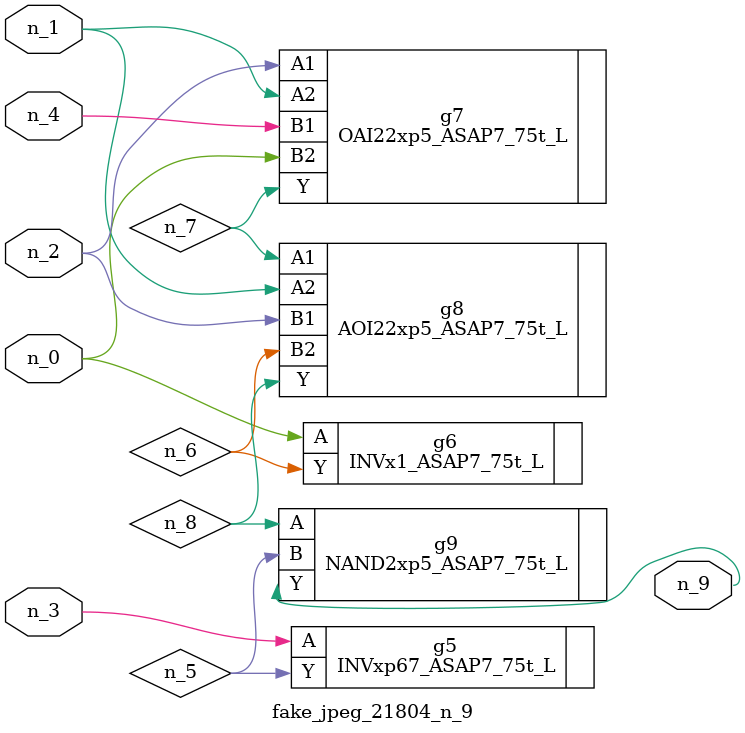
<source format=v>
module fake_jpeg_21804_n_9 (n_3, n_2, n_1, n_0, n_4, n_9);

input n_3;
input n_2;
input n_1;
input n_0;
input n_4;

output n_9;

wire n_8;
wire n_6;
wire n_5;
wire n_7;

INVxp67_ASAP7_75t_L g5 ( 
.A(n_3),
.Y(n_5)
);

INVx1_ASAP7_75t_L g6 ( 
.A(n_0),
.Y(n_6)
);

OAI22xp5_ASAP7_75t_L g7 ( 
.A1(n_2),
.A2(n_1),
.B1(n_4),
.B2(n_0),
.Y(n_7)
);

AOI22xp5_ASAP7_75t_L g8 ( 
.A1(n_7),
.A2(n_1),
.B1(n_2),
.B2(n_6),
.Y(n_8)
);

NAND2xp5_ASAP7_75t_L g9 ( 
.A(n_8),
.B(n_5),
.Y(n_9)
);


endmodule
</source>
